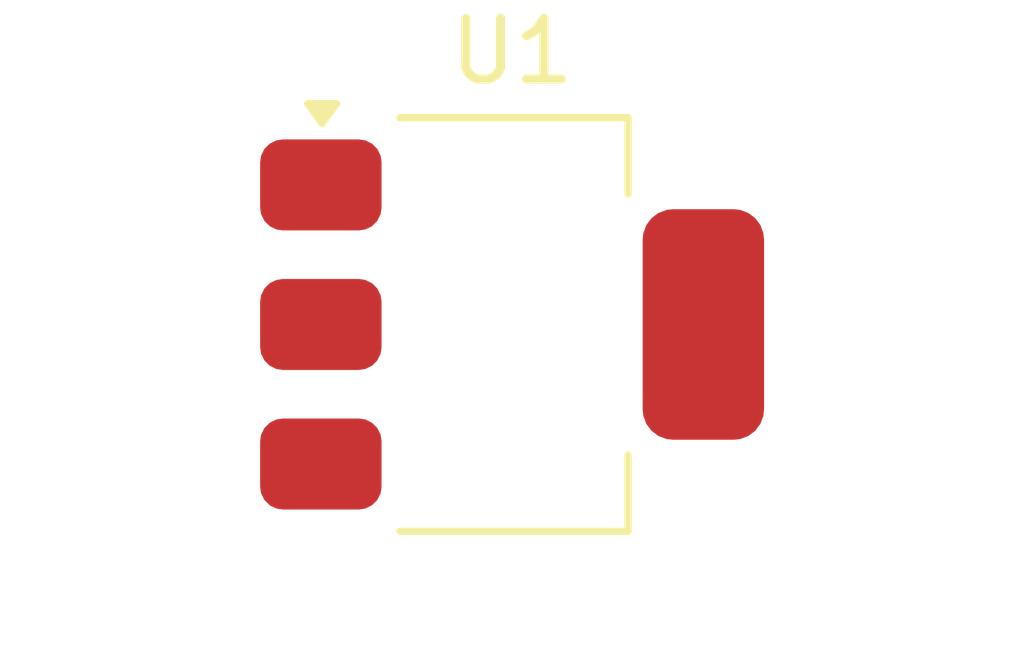
<source format=kicad_pcb>
(kicad_pcb (version 20240108) (generator "pcbnew") (generator_version "8.0")
  (layers (0 "F.Cu" signal) (31 "B.Cu" signal) (34 "B.Paste" user) (35 "F.Paste" user) (36 "B.SilkS" user "B.Silkscreen") (37 "F.SilkS" user "F.Silkscreen") (38 "B.Mask" user) (39 "F.Mask" user) (44 "Edge.Cuts" user))
  (net 0 "")
  (net 1 "VIN_5V")
  (net 2 "GND")
  (net 3 "3V3")
  (footprint "Package_TO_SOT_SMD:SOT-223-3_TabPin2" (layer "F.Cu") (at 0 0)
    (property "Reference" "U1" (at 0 -4.5 0) (layer "F.SilkS"))
    (property "Value" "LD1117S33TR_SOT223")
    (fp_line (start -1.85 -3.41) (end 1.91 -3.41) (stroke (width 0.12)) (layer "F.SilkS"))
    (fp_line (start -1.85 3.41) (end 1.91 3.41) (stroke (width 0.12)) (layer "F.SilkS"))
    (fp_line (start 1.91 -3.41) (end 1.91 -2.15) (stroke (width 0.12)) (layer "F.SilkS"))
    (fp_line (start 1.91 3.41) (end 1.91 2.15) (stroke (width 0.12)) (layer "F.SilkS"))
    (fp_poly (pts (xy -3.13 -3.31) (xy -3.37 -3.64) (xy -2.89 -3.64) (xy -3.13 -3.31)) (stroke (width 0.12)) (fill solid) (layer "F.SilkS"))
    (pad "1" smd roundrect (at -3.15 -2.3) (size 2 1.5) (layers "F.Cu" "F.Paste" "F.Mask") (net 2 "GND"))
    (pad "2" smd roundrect (at -3.15 0) (size 2 1.5) (layers "F.Cu" "F.Paste" "F.Mask") (net 3 "3V3"))
    (pad "2" smd roundrect (at 3.15 0) (size 2 3.8) (layers "F.Cu" "F.Paste" "F.Mask") (net 3 "3V3"))
    (pad "3" smd roundrect (at -3.15 2.3) (size 2 1.5) (layers "F.Cu" "F.Paste" "F.Mask") (net 1 "VIN_5V"))
  )
)
</source>
